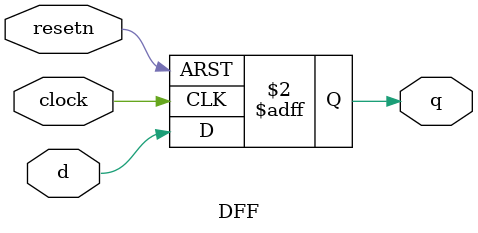
<source format=v>
module DFF(d,clock,resetn,q);
	input d,resetn,clock;
	output reg q;
	always@(posedge resetn or posedge clock)
	begin
		if(resetn)
			q <= 0;
		else
			q <= d;
	end
endmodule

</source>
